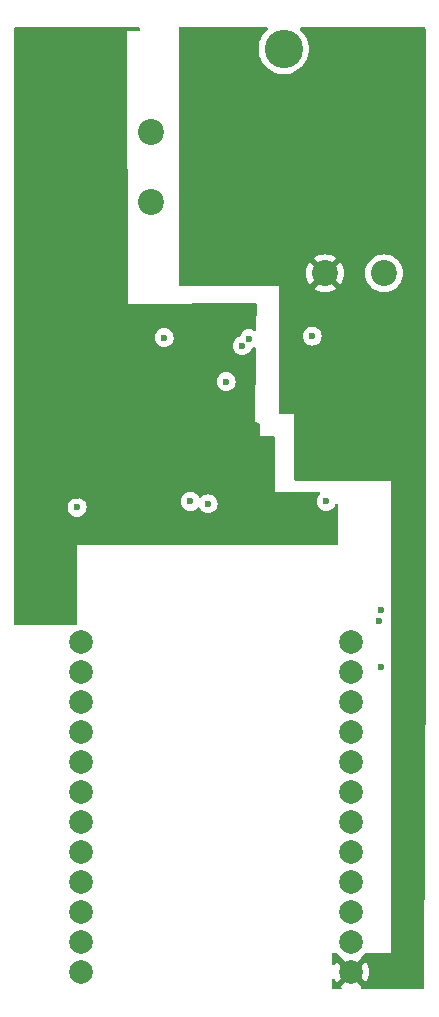
<source format=gbr>
%TF.GenerationSoftware,KiCad,Pcbnew,8.0.7*%
%TF.CreationDate,2024-12-30T07:44:03-08:00*%
%TF.ProjectId,motion-play-v3,6d6f7469-6f6e-42d7-906c-61792d76332e,rev?*%
%TF.SameCoordinates,Original*%
%TF.FileFunction,Copper,L3,Inr*%
%TF.FilePolarity,Positive*%
%FSLAX46Y46*%
G04 Gerber Fmt 4.6, Leading zero omitted, Abs format (unit mm)*
G04 Created by KiCad (PCBNEW 8.0.7) date 2024-12-30 07:44:03*
%MOMM*%
%LPD*%
G01*
G04 APERTURE LIST*
%TA.AperFunction,ComponentPad*%
%ADD10C,2.200000*%
%TD*%
%TA.AperFunction,WasherPad*%
%ADD11C,3.250000*%
%TD*%
%TA.AperFunction,ComponentPad*%
%ADD12C,2.000000*%
%TD*%
%TA.AperFunction,ViaPad*%
%ADD13C,0.600000*%
%TD*%
G04 APERTURE END LIST*
D10*
%TO.N,N/C*%
%TO.C,J2*%
X147747500Y-68887500D03*
X147747500Y-74887500D03*
%TO.N,/+5V*%
X162497500Y-80887500D03*
%TO.N,/GND*%
X167497500Y-80887500D03*
D11*
%TO.N,*%
X158997500Y-61887500D03*
%TD*%
D12*
%TO.N,Net-(3V2-Pad1)*%
%TO.C,U2*%
X164700000Y-112100000D03*
%TO.N,Net-(U2-1)*%
X164700000Y-114640000D03*
%TO.N,Net-(J3-Pin_2)*%
X164700000Y-117180000D03*
%TO.N,Net-(U2-3)*%
X164700000Y-119720000D03*
%TO.N,Net-(U2-10)*%
X164700000Y-122260000D03*
%TO.N,Net-(J4-Pin_3)*%
X164700000Y-124800000D03*
%TO.N,Net-(J6-Pin_3)*%
X164700000Y-127340000D03*
%TO.N,Net-(J8-Pin_3)*%
X164700000Y-129880000D03*
%TO.N,unconnected-(U2-NC-Pad9)*%
X164700000Y-132420000D03*
%TO.N,unconnected-(U2-NC-Pad10)*%
X164700000Y-134960000D03*
%TO.N,/GND*%
X164700000Y-137500000D03*
%TO.N,/+5V*%
X164700000Y-140040000D03*
%TO.N,/GND*%
X141838136Y-112100000D03*
X141838136Y-114640000D03*
%TO.N,/SDA*%
X141838136Y-117180000D03*
%TO.N,/SCL*%
X141838136Y-119720000D03*
%TO.N,Net-(U2-18)*%
X141838136Y-122260000D03*
%TO.N,Net-(U2-17)*%
X141838136Y-124800000D03*
%TO.N,Net-(U2-21)*%
X141838136Y-127340000D03*
%TO.N,Net-(U2-16)*%
X141838136Y-129880000D03*
%TO.N,unconnected-(U2-NC-Pad21)*%
X141838136Y-132420000D03*
%TO.N,/GND*%
X141838136Y-134960000D03*
X141838136Y-137500000D03*
%TO.N,Net-(3V1-Pad1)*%
X141838136Y-140040000D03*
%TD*%
D13*
%TO.N,/+3.3V*%
X156100000Y-93300000D03*
%TO.N,Net-(U2-18)*%
X167200000Y-109400000D03*
%TO.N,Net-(U2-17)*%
X167100000Y-110300000D03*
%TO.N,Net-(U2-21)*%
X167200000Y-114200000D03*
%TO.N,/GND*%
X161400000Y-86200000D03*
%TO.N,/+3.3V*%
X137000000Y-105500000D03*
X138900000Y-105500000D03*
%TO.N,/GND*%
X141500000Y-100700000D03*
%TO.N,/+3.3V*%
X141500000Y-99700000D03*
X156075000Y-89922500D03*
%TO.N,/GND*%
X154125001Y-90049173D03*
X148875000Y-86322500D03*
X155475000Y-87022500D03*
X156075000Y-86422500D03*
%TO.N,/+3.3V*%
X144800000Y-65700000D03*
X144700000Y-71800000D03*
X144800000Y-77700000D03*
X144800000Y-83600000D03*
X144600000Y-90000000D03*
X144800000Y-95900000D03*
X147197500Y-100200000D03*
%TO.N,/GND*%
X151097500Y-100200000D03*
X152597500Y-100400000D03*
X162597500Y-100200000D03*
%TO.N,/+5V*%
X160497500Y-94900000D03*
X161397500Y-90200000D03*
%TD*%
%TA.AperFunction,Conductor*%
%TO.N,/+5V*%
G36*
X164234075Y-140232993D02*
G01*
X164299901Y-140347007D01*
X164392993Y-140440099D01*
X164507007Y-140505925D01*
X164570591Y-140522962D01*
X163829943Y-141263609D01*
X163848621Y-141278147D01*
X163889434Y-141334857D01*
X163893108Y-141404630D01*
X163858476Y-141465313D01*
X163796535Y-141497640D01*
X163772458Y-141500000D01*
X163224000Y-141500000D01*
X163156961Y-141480315D01*
X163111206Y-141427511D01*
X163100000Y-141376000D01*
X163100000Y-140717923D01*
X163119685Y-140650884D01*
X163172489Y-140605129D01*
X163241647Y-140595185D01*
X163305203Y-140624210D01*
X163337556Y-140668113D01*
X163376267Y-140756367D01*
X163476562Y-140909881D01*
X164217037Y-140169408D01*
X164234075Y-140232993D01*
G37*
%TD.AperFunction*%
%TA.AperFunction,Conductor*%
G36*
X157605619Y-60070185D02*
G01*
X157651374Y-60122989D01*
X157661318Y-60192147D01*
X157632293Y-60255703D01*
X157616840Y-60270683D01*
X157571563Y-60307518D01*
X157543346Y-60330475D01*
X157344867Y-60542994D01*
X157177192Y-60780536D01*
X157177188Y-60780542D01*
X157043409Y-61038723D01*
X156946037Y-61312701D01*
X156946032Y-61312717D01*
X156886876Y-61597398D01*
X156886875Y-61597400D01*
X156867033Y-61887500D01*
X156886875Y-62177599D01*
X156886876Y-62177601D01*
X156946032Y-62462282D01*
X156946037Y-62462298D01*
X157043410Y-62736276D01*
X157043409Y-62736276D01*
X157177188Y-62994457D01*
X157177192Y-62994463D01*
X157344867Y-63232005D01*
X157344871Y-63232009D01*
X157344873Y-63232012D01*
X157543343Y-63444522D01*
X157543348Y-63444526D01*
X157543350Y-63444528D01*
X157768895Y-63628022D01*
X157768898Y-63628024D01*
X157768902Y-63628027D01*
X157899240Y-63707287D01*
X158017348Y-63779111D01*
X158284045Y-63894954D01*
X158284050Y-63894956D01*
X158564044Y-63973406D01*
X158817301Y-64008215D01*
X158852111Y-64013000D01*
X158852112Y-64013000D01*
X159142889Y-64013000D01*
X159173945Y-64008731D01*
X159430956Y-63973406D01*
X159710950Y-63894956D01*
X159977653Y-63779110D01*
X160226098Y-63628027D01*
X160451657Y-63444522D01*
X160650127Y-63232012D01*
X160817812Y-62994456D01*
X160951588Y-62736280D01*
X160951588Y-62736279D01*
X160951590Y-62736276D01*
X161048962Y-62462298D01*
X161048967Y-62462282D01*
X161081501Y-62305715D01*
X161108124Y-62177599D01*
X161127967Y-61887500D01*
X161108124Y-61597401D01*
X161090967Y-61514838D01*
X161048967Y-61312717D01*
X161048962Y-61312701D01*
X160951589Y-61038723D01*
X160951590Y-61038723D01*
X160817811Y-60780542D01*
X160817807Y-60780536D01*
X160650132Y-60542994D01*
X160650128Y-60542990D01*
X160650127Y-60542988D01*
X160451657Y-60330478D01*
X160378163Y-60270686D01*
X160338585Y-60213111D01*
X160336416Y-60143275D01*
X160372347Y-60083353D01*
X160434971Y-60052369D01*
X160456420Y-60050500D01*
X170888000Y-60050500D01*
X170955039Y-60070185D01*
X171000794Y-60122989D01*
X171012000Y-60174500D01*
X171012000Y-111745131D01*
X171011999Y-111745598D01*
X170900465Y-141376467D01*
X170880528Y-141443432D01*
X170827553Y-141488987D01*
X170776466Y-141500000D01*
X165627542Y-141500000D01*
X165560503Y-141480315D01*
X165514748Y-141427511D01*
X165504804Y-141358353D01*
X165533829Y-141294797D01*
X165551378Y-141278148D01*
X165570055Y-141263609D01*
X165570056Y-141263609D01*
X164829408Y-140522962D01*
X164892993Y-140505925D01*
X165007007Y-140440099D01*
X165100099Y-140347007D01*
X165165925Y-140232993D01*
X165182962Y-140169409D01*
X165923435Y-140909882D01*
X166023733Y-140756364D01*
X166123587Y-140528717D01*
X166184612Y-140287738D01*
X166184614Y-140287729D01*
X166205141Y-140040005D01*
X166205141Y-140039994D01*
X166184614Y-139792270D01*
X166184612Y-139792261D01*
X166123587Y-139551282D01*
X166023732Y-139323632D01*
X165923435Y-139170116D01*
X165182962Y-139910590D01*
X165165925Y-139847007D01*
X165100099Y-139732993D01*
X165007007Y-139639901D01*
X164892993Y-139574075D01*
X164829409Y-139557037D01*
X165570055Y-138816389D01*
X165568654Y-138793825D01*
X165584146Y-138725694D01*
X165616249Y-138688290D01*
X165719744Y-138607738D01*
X165874142Y-138440017D01*
X165934029Y-138404026D01*
X165965372Y-138400000D01*
X168100000Y-138400000D01*
X168100000Y-98500000D01*
X160024000Y-98500000D01*
X159956961Y-98480315D01*
X159911206Y-98427511D01*
X159900000Y-98376000D01*
X159900000Y-92800000D01*
X158724000Y-92800000D01*
X158656961Y-92780315D01*
X158611206Y-92727511D01*
X158600000Y-92676000D01*
X158600000Y-86199996D01*
X160594435Y-86199996D01*
X160594435Y-86200003D01*
X160614630Y-86379249D01*
X160614631Y-86379254D01*
X160674211Y-86549523D01*
X160707031Y-86601755D01*
X160770184Y-86702262D01*
X160897738Y-86829816D01*
X160988080Y-86886582D01*
X161048843Y-86924762D01*
X161050478Y-86925789D01*
X161220745Y-86985368D01*
X161220750Y-86985369D01*
X161399996Y-87005565D01*
X161400000Y-87005565D01*
X161400004Y-87005565D01*
X161579249Y-86985369D01*
X161579252Y-86985368D01*
X161579255Y-86985368D01*
X161749522Y-86925789D01*
X161902262Y-86829816D01*
X162029816Y-86702262D01*
X162125789Y-86549522D01*
X162185368Y-86379255D01*
X162185369Y-86379249D01*
X162205565Y-86200003D01*
X162205565Y-86199996D01*
X162185369Y-86020750D01*
X162185368Y-86020745D01*
X162125788Y-85850476D01*
X162029815Y-85697737D01*
X161902262Y-85570184D01*
X161749523Y-85474211D01*
X161579254Y-85414631D01*
X161579249Y-85414630D01*
X161400004Y-85394435D01*
X161399996Y-85394435D01*
X161220750Y-85414630D01*
X161220745Y-85414631D01*
X161050476Y-85474211D01*
X160897737Y-85570184D01*
X160770184Y-85697737D01*
X160674211Y-85850476D01*
X160614631Y-86020745D01*
X160614630Y-86020750D01*
X160594435Y-86199996D01*
X158600000Y-86199996D01*
X158600000Y-82000000D01*
X150224000Y-82000000D01*
X150156961Y-81980315D01*
X150111206Y-81927511D01*
X150100000Y-81876000D01*
X150100000Y-80887500D01*
X160892552Y-80887500D01*
X160912312Y-81138572D01*
X160971103Y-81383456D01*
X161067480Y-81616131D01*
X161199068Y-81830862D01*
X161199766Y-81831679D01*
X161932887Y-81098558D01*
X161938389Y-81119091D01*
X162017381Y-81255908D01*
X162129092Y-81367619D01*
X162265909Y-81446611D01*
X162286440Y-81452112D01*
X161553319Y-82185232D01*
X161553319Y-82185233D01*
X161554134Y-82185929D01*
X161768868Y-82317519D01*
X162001543Y-82413896D01*
X162246427Y-82472687D01*
X162497500Y-82492447D01*
X162748572Y-82472687D01*
X162993456Y-82413896D01*
X163226131Y-82317519D01*
X163440861Y-82185932D01*
X163440863Y-82185930D01*
X163441680Y-82185232D01*
X162708559Y-81452112D01*
X162729091Y-81446611D01*
X162865908Y-81367619D01*
X162977619Y-81255908D01*
X163056611Y-81119091D01*
X163062112Y-81098559D01*
X163795232Y-81831680D01*
X163795930Y-81830863D01*
X163795932Y-81830861D01*
X163927519Y-81616131D01*
X164023896Y-81383456D01*
X164082687Y-81138572D01*
X164102447Y-80887500D01*
X165892051Y-80887500D01*
X165911817Y-81138651D01*
X165970626Y-81383610D01*
X166067033Y-81616359D01*
X166198660Y-81831153D01*
X166198661Y-81831156D01*
X166198664Y-81831159D01*
X166362276Y-82022724D01*
X166510566Y-82149375D01*
X166553843Y-82186338D01*
X166553846Y-82186339D01*
X166768640Y-82317966D01*
X167000237Y-82413896D01*
X167001389Y-82414373D01*
X167246352Y-82473183D01*
X167497500Y-82492949D01*
X167748648Y-82473183D01*
X167993611Y-82414373D01*
X168226359Y-82317966D01*
X168441159Y-82186336D01*
X168632724Y-82022724D01*
X168796336Y-81831159D01*
X168927966Y-81616359D01*
X169024373Y-81383611D01*
X169083183Y-81138648D01*
X169102949Y-80887500D01*
X169083183Y-80636352D01*
X169024373Y-80391389D01*
X168927966Y-80158641D01*
X168927966Y-80158640D01*
X168796517Y-79944137D01*
X168796338Y-79943845D01*
X168796338Y-79943843D01*
X168759375Y-79900566D01*
X168632724Y-79752276D01*
X168506071Y-79644104D01*
X168441156Y-79588661D01*
X168441153Y-79588660D01*
X168226359Y-79457033D01*
X167993610Y-79360626D01*
X167748651Y-79301817D01*
X167497500Y-79282051D01*
X167246348Y-79301817D01*
X167001389Y-79360626D01*
X166768640Y-79457033D01*
X166553846Y-79588660D01*
X166553843Y-79588661D01*
X166362276Y-79752276D01*
X166198661Y-79943843D01*
X166198660Y-79943846D01*
X166067033Y-80158640D01*
X165970626Y-80391389D01*
X165911817Y-80636348D01*
X165892051Y-80887500D01*
X164102447Y-80887500D01*
X164082687Y-80636427D01*
X164023896Y-80391543D01*
X163927519Y-80158868D01*
X163795929Y-79944134D01*
X163795233Y-79943319D01*
X163795232Y-79943319D01*
X163062112Y-80676439D01*
X163056611Y-80655909D01*
X162977619Y-80519092D01*
X162865908Y-80407381D01*
X162729091Y-80328389D01*
X162708557Y-80322887D01*
X163441679Y-79589766D01*
X163440862Y-79589068D01*
X163226131Y-79457480D01*
X162993456Y-79361103D01*
X162748572Y-79302312D01*
X162497500Y-79282552D01*
X162246427Y-79302312D01*
X162001543Y-79361103D01*
X161768868Y-79457480D01*
X161554137Y-79589067D01*
X161553318Y-79589766D01*
X162286440Y-80322887D01*
X162265909Y-80328389D01*
X162129092Y-80407381D01*
X162017381Y-80519092D01*
X161938389Y-80655909D01*
X161932887Y-80676440D01*
X161199766Y-79943318D01*
X161199067Y-79944137D01*
X161067480Y-80158868D01*
X160971103Y-80391543D01*
X160912312Y-80636427D01*
X160892552Y-80887500D01*
X150100000Y-80887500D01*
X150100000Y-60174500D01*
X150119685Y-60107461D01*
X150172489Y-60061706D01*
X150224000Y-60050500D01*
X157538580Y-60050500D01*
X157605619Y-60070185D01*
G37*
%TD.AperFunction*%
%TA.AperFunction,Conductor*%
G36*
X163501667Y-138419685D02*
G01*
X163525858Y-138440017D01*
X163680256Y-138607738D01*
X163757502Y-138667861D01*
X163783745Y-138688287D01*
X163824558Y-138744997D01*
X163831344Y-138793823D01*
X163829943Y-138816389D01*
X164570591Y-139557037D01*
X164507007Y-139574075D01*
X164392993Y-139639901D01*
X164299901Y-139732993D01*
X164234075Y-139847007D01*
X164217037Y-139910590D01*
X163476563Y-139170117D01*
X163376267Y-139323633D01*
X163376265Y-139323637D01*
X163337556Y-139411886D01*
X163292600Y-139465372D01*
X163225864Y-139486062D01*
X163158536Y-139467387D01*
X163111993Y-139415277D01*
X163100000Y-139362076D01*
X163100000Y-138524000D01*
X163119685Y-138456961D01*
X163172489Y-138411206D01*
X163224000Y-138400000D01*
X163434628Y-138400000D01*
X163501667Y-138419685D01*
G37*
%TD.AperFunction*%
%TD*%
%TA.AperFunction,Conductor*%
%TO.N,/+3.3V*%
G36*
X146743039Y-60070185D02*
G01*
X146788794Y-60122989D01*
X146800000Y-60174500D01*
X146800000Y-60276000D01*
X146780315Y-60343039D01*
X146727511Y-60388794D01*
X146676000Y-60400000D01*
X145700000Y-60400000D01*
X145799999Y-83500000D01*
X145799999Y-83499999D01*
X145800000Y-83500000D01*
X156573617Y-83401159D01*
X156640834Y-83420228D01*
X156687071Y-83472610D01*
X156698748Y-83526382D01*
X156677893Y-85632785D01*
X156657546Y-85699626D01*
X156604291Y-85744856D01*
X156535038Y-85754114D01*
X156487927Y-85736551D01*
X156424523Y-85696711D01*
X156254254Y-85637131D01*
X156254249Y-85637130D01*
X156075004Y-85616935D01*
X156074996Y-85616935D01*
X155895750Y-85637130D01*
X155895745Y-85637131D01*
X155725476Y-85696711D01*
X155572737Y-85792684D01*
X155445184Y-85920237D01*
X155349212Y-86072975D01*
X155349211Y-86072976D01*
X155310938Y-86182353D01*
X155270216Y-86239128D01*
X155234853Y-86258438D01*
X155125476Y-86296711D01*
X155125475Y-86296712D01*
X154972737Y-86392684D01*
X154845184Y-86520237D01*
X154749211Y-86672976D01*
X154689631Y-86843245D01*
X154689630Y-86843250D01*
X154669435Y-87022496D01*
X154669435Y-87022503D01*
X154689630Y-87201749D01*
X154689631Y-87201754D01*
X154749211Y-87372023D01*
X154845184Y-87524762D01*
X154972738Y-87652316D01*
X155125478Y-87748289D01*
X155295745Y-87807868D01*
X155295750Y-87807869D01*
X155474996Y-87828065D01*
X155475000Y-87828065D01*
X155475004Y-87828065D01*
X155654249Y-87807869D01*
X155654252Y-87807868D01*
X155654255Y-87807868D01*
X155824522Y-87748289D01*
X155977262Y-87652316D01*
X156104816Y-87524762D01*
X156200789Y-87372022D01*
X156239060Y-87262647D01*
X156279782Y-87205872D01*
X156315146Y-87186560D01*
X156424522Y-87148289D01*
X156424524Y-87148288D01*
X156424526Y-87148287D01*
X156456708Y-87128065D01*
X156472165Y-87118352D01*
X156539400Y-87099351D01*
X156606236Y-87119717D01*
X156651451Y-87172984D01*
X156662132Y-87224573D01*
X156599999Y-93499998D01*
X156600000Y-93499999D01*
X156600000Y-93500000D01*
X156906075Y-93576518D01*
X156966338Y-93611875D01*
X156997920Y-93674199D01*
X157000000Y-93696816D01*
X157000000Y-94700000D01*
X158176000Y-94700000D01*
X158243039Y-94719685D01*
X158288794Y-94772489D01*
X158300000Y-94824000D01*
X158300000Y-99400000D01*
X161966060Y-99400000D01*
X162033099Y-99419685D01*
X162078854Y-99472489D01*
X162088798Y-99541647D01*
X162059773Y-99605203D01*
X162053741Y-99611681D01*
X161967684Y-99697737D01*
X161871711Y-99850476D01*
X161812131Y-100020745D01*
X161812130Y-100020750D01*
X161791935Y-100199996D01*
X161791935Y-100200003D01*
X161812130Y-100379249D01*
X161812131Y-100379254D01*
X161871711Y-100549523D01*
X161966260Y-100699996D01*
X161967684Y-100702262D01*
X162095238Y-100829816D01*
X162247978Y-100925789D01*
X162418245Y-100985368D01*
X162418250Y-100985369D01*
X162597496Y-101005565D01*
X162597500Y-101005565D01*
X162597504Y-101005565D01*
X162776749Y-100985369D01*
X162776752Y-100985368D01*
X162776755Y-100985368D01*
X162947022Y-100925789D01*
X163099762Y-100829816D01*
X163227316Y-100702262D01*
X163323289Y-100549522D01*
X163358958Y-100447586D01*
X163399680Y-100390810D01*
X163464633Y-100365062D01*
X163533194Y-100378518D01*
X163583597Y-100426905D01*
X163600000Y-100488540D01*
X163600000Y-103776000D01*
X163580315Y-103843039D01*
X163527511Y-103888794D01*
X163476000Y-103900000D01*
X141500000Y-103900000D01*
X141500000Y-110541088D01*
X141480315Y-110608127D01*
X141427511Y-110653882D01*
X141416264Y-110658369D01*
X141384523Y-110669265D01*
X141314568Y-110693281D01*
X141274307Y-110700000D01*
X136287000Y-110700000D01*
X136219961Y-110680315D01*
X136174206Y-110627511D01*
X136163000Y-110576000D01*
X136163000Y-100699996D01*
X140694435Y-100699996D01*
X140694435Y-100700003D01*
X140714630Y-100879249D01*
X140714631Y-100879254D01*
X140774211Y-101049523D01*
X140859569Y-101185368D01*
X140870184Y-101202262D01*
X140997738Y-101329816D01*
X141150478Y-101425789D01*
X141320745Y-101485368D01*
X141320750Y-101485369D01*
X141499996Y-101505565D01*
X141500000Y-101505565D01*
X141500004Y-101505565D01*
X141679249Y-101485369D01*
X141679252Y-101485368D01*
X141679255Y-101485368D01*
X141849522Y-101425789D01*
X142002262Y-101329816D01*
X142129816Y-101202262D01*
X142225789Y-101049522D01*
X142285368Y-100879255D01*
X142285369Y-100879249D01*
X142305565Y-100700003D01*
X142305565Y-100699996D01*
X142285369Y-100520750D01*
X142285368Y-100520745D01*
X142274099Y-100488540D01*
X142225789Y-100350478D01*
X142131235Y-100199996D01*
X150291935Y-100199996D01*
X150291935Y-100200003D01*
X150312130Y-100379249D01*
X150312131Y-100379254D01*
X150371711Y-100549523D01*
X150466260Y-100699996D01*
X150467684Y-100702262D01*
X150595238Y-100829816D01*
X150747978Y-100925789D01*
X150918245Y-100985368D01*
X150918250Y-100985369D01*
X151097496Y-101005565D01*
X151097500Y-101005565D01*
X151097504Y-101005565D01*
X151276749Y-100985369D01*
X151276752Y-100985368D01*
X151276755Y-100985368D01*
X151447022Y-100925789D01*
X151599762Y-100829816D01*
X151687809Y-100741768D01*
X151749128Y-100708286D01*
X151818820Y-100713270D01*
X151874754Y-100755141D01*
X151880481Y-100763480D01*
X151967684Y-100902262D01*
X152095238Y-101029816D01*
X152247978Y-101125789D01*
X152418245Y-101185368D01*
X152418250Y-101185369D01*
X152597496Y-101205565D01*
X152597500Y-101205565D01*
X152597504Y-101205565D01*
X152776749Y-101185369D01*
X152776752Y-101185368D01*
X152776755Y-101185368D01*
X152947022Y-101125789D01*
X153099762Y-101029816D01*
X153227316Y-100902262D01*
X153323289Y-100749522D01*
X153382868Y-100579255D01*
X153382869Y-100579249D01*
X153403065Y-100400003D01*
X153403065Y-100399996D01*
X153382869Y-100220750D01*
X153382868Y-100220745D01*
X153375608Y-100199996D01*
X153323289Y-100050478D01*
X153304606Y-100020745D01*
X153237931Y-99914632D01*
X153227316Y-99897738D01*
X153099762Y-99770184D01*
X153099760Y-99770183D01*
X152947023Y-99674211D01*
X152776754Y-99614631D01*
X152776749Y-99614630D01*
X152597504Y-99594435D01*
X152597496Y-99594435D01*
X152418250Y-99614630D01*
X152418245Y-99614631D01*
X152247976Y-99674211D01*
X152095239Y-99770183D01*
X152007193Y-99858229D01*
X151945869Y-99891713D01*
X151876178Y-99886729D01*
X151820244Y-99844857D01*
X151814518Y-99836519D01*
X151727315Y-99697737D01*
X151599762Y-99570184D01*
X151447023Y-99474211D01*
X151276754Y-99414631D01*
X151276749Y-99414630D01*
X151097504Y-99394435D01*
X151097496Y-99394435D01*
X150918250Y-99414630D01*
X150918245Y-99414631D01*
X150747976Y-99474211D01*
X150595237Y-99570184D01*
X150467684Y-99697737D01*
X150371711Y-99850476D01*
X150312131Y-100020745D01*
X150312130Y-100020750D01*
X150291935Y-100199996D01*
X142131235Y-100199996D01*
X142129816Y-100197738D01*
X142002262Y-100070184D01*
X141939742Y-100030900D01*
X141849523Y-99974211D01*
X141679254Y-99914631D01*
X141679249Y-99914630D01*
X141500004Y-99894435D01*
X141499996Y-99894435D01*
X141320750Y-99914630D01*
X141320745Y-99914631D01*
X141150476Y-99974211D01*
X140997737Y-100070184D01*
X140870184Y-100197737D01*
X140774211Y-100350476D01*
X140714631Y-100520745D01*
X140714630Y-100520750D01*
X140694435Y-100699996D01*
X136163000Y-100699996D01*
X136163000Y-90049169D01*
X153319436Y-90049169D01*
X153319436Y-90049176D01*
X153339631Y-90228422D01*
X153339632Y-90228427D01*
X153399212Y-90398696D01*
X153493983Y-90549522D01*
X153495185Y-90551435D01*
X153622739Y-90678989D01*
X153775479Y-90774962D01*
X153932243Y-90829816D01*
X153945746Y-90834541D01*
X153945751Y-90834542D01*
X154124997Y-90854738D01*
X154125001Y-90854738D01*
X154125005Y-90854738D01*
X154304250Y-90834542D01*
X154304253Y-90834541D01*
X154304256Y-90834541D01*
X154474523Y-90774962D01*
X154627263Y-90678989D01*
X154754817Y-90551435D01*
X154850790Y-90398695D01*
X154910369Y-90228428D01*
X154930566Y-90049173D01*
X154910369Y-89869918D01*
X154850790Y-89699651D01*
X154754817Y-89546911D01*
X154627263Y-89419357D01*
X154587600Y-89394435D01*
X154474524Y-89323384D01*
X154304255Y-89263804D01*
X154304250Y-89263803D01*
X154125005Y-89243608D01*
X154124997Y-89243608D01*
X153945751Y-89263803D01*
X153945746Y-89263804D01*
X153775477Y-89323384D01*
X153622738Y-89419357D01*
X153495185Y-89546910D01*
X153399212Y-89699649D01*
X153339632Y-89869918D01*
X153339631Y-89869923D01*
X153319436Y-90049169D01*
X136163000Y-90049169D01*
X136163000Y-86322496D01*
X148069435Y-86322496D01*
X148069435Y-86322503D01*
X148089630Y-86501749D01*
X148089631Y-86501754D01*
X148149211Y-86672023D01*
X148168212Y-86702262D01*
X148245184Y-86824762D01*
X148372738Y-86952316D01*
X148525478Y-87048289D01*
X148536987Y-87052316D01*
X148695745Y-87107868D01*
X148695750Y-87107869D01*
X148874996Y-87128065D01*
X148875000Y-87128065D01*
X148875004Y-87128065D01*
X149054249Y-87107869D01*
X149054252Y-87107868D01*
X149054255Y-87107868D01*
X149224522Y-87048289D01*
X149377262Y-86952316D01*
X149504816Y-86824762D01*
X149600789Y-86672022D01*
X149660368Y-86501755D01*
X149669298Y-86422500D01*
X149680565Y-86322503D01*
X149680565Y-86322496D01*
X149660369Y-86143250D01*
X149660368Y-86143245D01*
X149600789Y-85972978D01*
X149504816Y-85820238D01*
X149377262Y-85692684D01*
X149288852Y-85637132D01*
X149224523Y-85596711D01*
X149054254Y-85537131D01*
X149054249Y-85537130D01*
X148875004Y-85516935D01*
X148874996Y-85516935D01*
X148695750Y-85537130D01*
X148695745Y-85537131D01*
X148525476Y-85596711D01*
X148372737Y-85692684D01*
X148245184Y-85820237D01*
X148149211Y-85972976D01*
X148089631Y-86143245D01*
X148089630Y-86143250D01*
X148069435Y-86322496D01*
X136163000Y-86322496D01*
X136163000Y-60174500D01*
X136182685Y-60107461D01*
X136235489Y-60061706D01*
X136287000Y-60050500D01*
X146676000Y-60050500D01*
X146743039Y-60070185D01*
G37*
%TD.AperFunction*%
%TD*%
M02*

</source>
